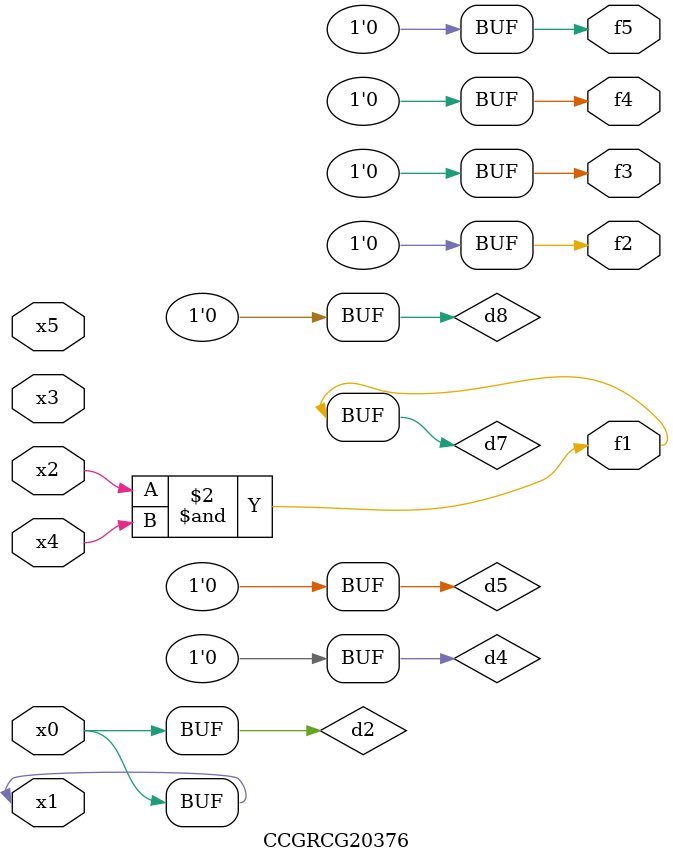
<source format=v>
module CCGRCG20376(
	input x0, x1, x2, x3, x4, x5,
	output f1, f2, f3, f4, f5
);

	wire d1, d2, d3, d4, d5, d6, d7, d8, d9;

	nand (d1, x1);
	buf (d2, x0, x1);
	nand (d3, x2, x4);
	and (d4, d1, d2);
	and (d5, d1, d2);
	nand (d6, d1, d3);
	not (d7, d3);
	xor (d8, d5);
	nor (d9, d5, d6);
	assign f1 = d7;
	assign f2 = d8;
	assign f3 = d8;
	assign f4 = d8;
	assign f5 = d8;
endmodule

</source>
